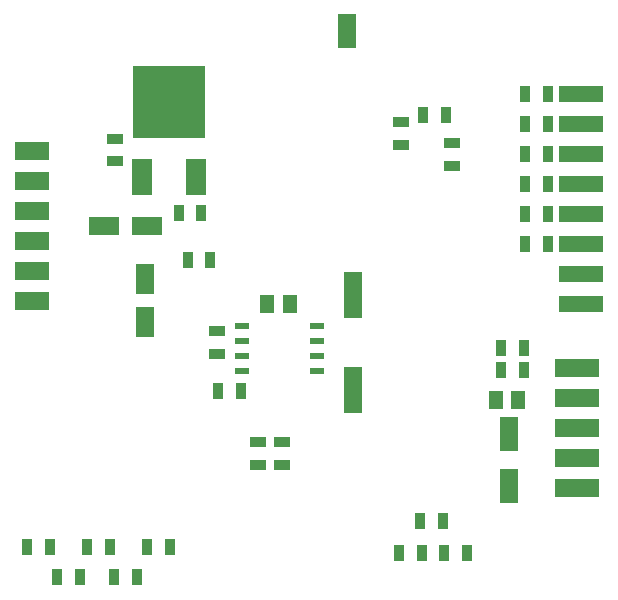
<source format=gbp>
G04 (created by PCBNEW (2013-mar-13)-testing) date nie, 20 paź 2013, 18:38:17*
%MOIN*%
G04 Gerber Fmt 3.4, Leading zero omitted, Abs format*
%FSLAX34Y34*%
G01*
G70*
G90*
G04 APERTURE LIST*
%ADD10C,0.005906*%
%ADD11R,0.118110X0.059055*%
%ADD12R,0.059055X0.118110*%
%ADD13R,0.059055X0.157480*%
%ADD14R,0.035000X0.055000*%
%ADD15R,0.150000X0.060000*%
%ADD16R,0.055000X0.035000*%
%ADD17R,0.065000X0.120000*%
%ADD18R,0.240000X0.240000*%
%ADD19R,0.102400X0.063000*%
%ADD20R,0.063000X0.102400*%
%ADD21R,0.051200X0.059000*%
%ADD22R,0.063000X0.118100*%
%ADD23R,0.045000X0.020000*%
%ADD24R,0.150000X0.055000*%
G04 APERTURE END LIST*
G54D10*
G54D11*
X674Y-4645D03*
X674Y-5645D03*
X674Y-6645D03*
X674Y-7645D03*
X674Y-8645D03*
X674Y-9645D03*
G54D12*
X11174Y-645D03*
X11174Y-645D03*
G54D13*
X11374Y-9445D03*
X11374Y-12595D03*
G54D14*
X4499Y-17845D03*
X5249Y-17845D03*
X3399Y-18845D03*
X4149Y-18845D03*
X2499Y-17845D03*
X3249Y-17845D03*
X1499Y-18845D03*
X2249Y-18845D03*
X499Y-17845D03*
X1249Y-17845D03*
G54D15*
X18811Y-11870D03*
X18811Y-15870D03*
X18811Y-13870D03*
X18811Y-14870D03*
X18811Y-12870D03*
X18811Y-15870D03*
X18811Y-14870D03*
X18811Y-13870D03*
X18811Y-12870D03*
X18811Y-11870D03*
G54D14*
X17049Y-11920D03*
X16299Y-11920D03*
X17849Y-6745D03*
X17099Y-6745D03*
X17849Y-5745D03*
X17099Y-5745D03*
X17849Y-4745D03*
X17099Y-4745D03*
X17849Y-3745D03*
X17099Y-3745D03*
X17849Y-2745D03*
X17099Y-2745D03*
X17849Y-7745D03*
X17099Y-7745D03*
G54D16*
X14674Y-5120D03*
X14674Y-4370D03*
G54D17*
X6124Y-5495D03*
G54D18*
X5224Y-2995D03*
G54D17*
X4324Y-5495D03*
G54D14*
X5549Y-6695D03*
X6299Y-6695D03*
G54D16*
X3424Y-4970D03*
X3424Y-4220D03*
G54D14*
X16299Y-11195D03*
X17049Y-11195D03*
X5849Y-8270D03*
X6599Y-8270D03*
G54D16*
X12974Y-3670D03*
X12974Y-4420D03*
G54D14*
X13699Y-3445D03*
X14449Y-3445D03*
G54D19*
X4483Y-7145D03*
X3065Y-7145D03*
G54D20*
X4411Y-10329D03*
X4411Y-8911D03*
G54D21*
X9249Y-9720D03*
X8499Y-9720D03*
X16874Y-12920D03*
X16124Y-12920D03*
G54D22*
X16574Y-14079D03*
X16574Y-15811D03*
G54D16*
X8199Y-14345D03*
X8199Y-15095D03*
X6824Y-10645D03*
X6824Y-11395D03*
G54D14*
X6874Y-12645D03*
X7624Y-12645D03*
X13599Y-16970D03*
X14349Y-16970D03*
X12899Y-18045D03*
X13649Y-18045D03*
G54D16*
X8999Y-15095D03*
X8999Y-14345D03*
G54D14*
X14399Y-18045D03*
X15149Y-18045D03*
G54D23*
X7674Y-10470D03*
X7674Y-10970D03*
X7674Y-11470D03*
X7674Y-11970D03*
X10174Y-11970D03*
X10174Y-11470D03*
X10174Y-10970D03*
X10174Y-10470D03*
G54D24*
X18974Y-9745D03*
X18974Y-8745D03*
X18974Y-7745D03*
X18974Y-6745D03*
X18974Y-5745D03*
X18974Y-4745D03*
X18974Y-3745D03*
X18974Y-2745D03*
M02*

</source>
